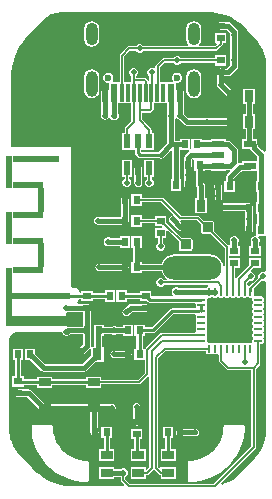
<source format=gtl>
G04*
G04 #@! TF.GenerationSoftware,Altium Limited,Altium Designer,21.7.2 (23)*
G04*
G04 Layer_Physical_Order=1*
G04 Layer_Color=255*
%FSLAX25Y25*%
%MOIN*%
G70*
G04*
G04 #@! TF.SameCoordinates,D0A3D993-BCFD-4162-BC10-8A45587FADB4*
G04*
G04*
G04 #@! TF.FilePolarity,Positive*
G04*
G01*
G75*
%ADD14R,0.02756X0.02362*%
%ADD15R,0.02362X0.02756*%
%ADD16R,0.03150X0.03937*%
%ADD17R,0.03937X0.03150*%
G04:AMPARAMS|DCode=18|XSize=9.84mil|YSize=27.56mil|CornerRadius=0.49mil|HoleSize=0mil|Usage=FLASHONLY|Rotation=90.000|XOffset=0mil|YOffset=0mil|HoleType=Round|Shape=RoundedRectangle|*
%AMROUNDEDRECTD18*
21,1,0.00984,0.02657,0,0,90.0*
21,1,0.00886,0.02756,0,0,90.0*
1,1,0.00098,0.01329,0.00443*
1,1,0.00098,0.01329,-0.00443*
1,1,0.00098,-0.01329,-0.00443*
1,1,0.00098,-0.01329,0.00443*
%
%ADD18ROUNDEDRECTD18*%
G04:AMPARAMS|DCode=19|XSize=9.84mil|YSize=27.56mil|CornerRadius=0.49mil|HoleSize=0mil|Usage=FLASHONLY|Rotation=180.000|XOffset=0mil|YOffset=0mil|HoleType=Round|Shape=RoundedRectangle|*
%AMROUNDEDRECTD19*
21,1,0.00984,0.02657,0,0,180.0*
21,1,0.00886,0.02756,0,0,180.0*
1,1,0.00098,-0.00443,0.01329*
1,1,0.00098,0.00443,0.01329*
1,1,0.00098,0.00443,-0.01329*
1,1,0.00098,-0.00443,-0.01329*
%
%ADD19ROUNDEDRECTD19*%
G04:AMPARAMS|DCode=20|XSize=135.83mil|YSize=135.83mil|CornerRadius=6.79mil|HoleSize=0mil|Usage=FLASHONLY|Rotation=180.000|XOffset=0mil|YOffset=0mil|HoleType=Round|Shape=RoundedRectangle|*
%AMROUNDEDRECTD20*
21,1,0.13583,0.12224,0,0,180.0*
21,1,0.12224,0.13583,0,0,180.0*
1,1,0.01358,-0.06112,0.06112*
1,1,0.01358,0.06112,0.06112*
1,1,0.01358,0.06112,-0.06112*
1,1,0.01358,-0.06112,-0.06112*
%
%ADD20ROUNDEDRECTD20*%
%ADD21R,0.02362X0.05906*%
%ADD22R,0.01181X0.05906*%
G04:AMPARAMS|DCode=23|XSize=35.43mil|YSize=31.5mil|CornerRadius=1.58mil|HoleSize=0mil|Usage=FLASHONLY|Rotation=180.000|XOffset=0mil|YOffset=0mil|HoleType=Round|Shape=RoundedRectangle|*
%AMROUNDEDRECTD23*
21,1,0.03543,0.02835,0,0,180.0*
21,1,0.03228,0.03150,0,0,180.0*
1,1,0.00315,-0.01614,0.01417*
1,1,0.00315,0.01614,0.01417*
1,1,0.00315,0.01614,-0.01417*
1,1,0.00315,-0.01614,-0.01417*
%
%ADD23ROUNDEDRECTD23*%
%ADD24R,0.02362X0.04724*%
%ADD25R,0.04134X0.02559*%
%ADD26R,0.04134X0.02362*%
%ADD45R,0.19291X0.03543*%
%ADD46R,0.01968X0.19685*%
%ADD47R,0.19291X0.01968*%
%ADD48R,0.10394X0.01968*%
%ADD49R,0.01968X0.07874*%
%ADD50R,0.01968X0.10630*%
%ADD51R,0.15512X0.01968*%
%ADD52C,0.01500*%
%ADD53C,0.00500*%
%ADD54C,0.01000*%
%ADD55O,0.19685X0.07874*%
%ADD56C,0.02362*%
%ADD57O,0.03937X0.08661*%
%ADD58O,0.03937X0.07480*%
%ADD59C,0.02000*%
%ADD60C,0.02559*%
G36*
X20142Y160000D02*
X23000Y160000D01*
X69858Y160000D01*
X69858Y160000D01*
X69858Y160000D01*
X70738Y159913D01*
X72471Y159567D01*
X74163Y159053D01*
X75796Y158375D01*
X77355Y157541D01*
X78825Y156558D01*
X80190Y155435D01*
X81440Y154184D01*
X82000Y153500D01*
X85000Y150000D01*
X85000Y150000D01*
X85357Y149557D01*
X85981Y148606D01*
X86509Y147599D01*
X86935Y146544D01*
X87256Y145453D01*
X87468Y144336D01*
X87570Y143203D01*
X87561Y142066D01*
X87500Y141500D01*
X87500Y140500D01*
X87500Y113785D01*
X87000Y113578D01*
X86818Y113760D01*
X86274Y113985D01*
X84808Y115451D01*
Y115809D01*
X84784Y115932D01*
Y117921D01*
X83359D01*
Y121031D01*
X84028D01*
Y125969D01*
X83359D01*
Y129532D01*
X84028D01*
Y134468D01*
X79878D01*
Y129532D01*
X80810D01*
Y125969D01*
X79878D01*
Y121031D01*
X80810D01*
Y117921D01*
X79650D01*
Y114559D01*
X82331D01*
X82356Y114436D01*
X82632Y114022D01*
X84471Y112183D01*
X84694Y111645D01*
Y110441D01*
X79650D01*
Y109774D01*
X79000D01*
X78729Y109721D01*
X78480Y109873D01*
X78308Y110041D01*
X78275Y110101D01*
Y114000D01*
X78177Y114488D01*
X77901Y114901D01*
X75888Y116914D01*
X75474Y117191D01*
X74987Y117288D01*
X74350D01*
Y117921D01*
X69217D01*
Y117395D01*
X66150D01*
Y117878D01*
X62787D01*
X62787Y114648D01*
X62420Y114302D01*
X62213Y114357D01*
Y114438D01*
X62213Y114483D01*
Y117878D01*
X58850D01*
Y117274D01*
X57275D01*
Y124467D01*
X57478Y124680D01*
X58075Y124635D01*
X58099Y124599D01*
X58507Y124326D01*
X60234Y122599D01*
X60648Y122322D01*
X61135Y122225D01*
X76047D01*
X76535Y122322D01*
X76948Y122599D01*
X77225Y123012D01*
X77322Y123500D01*
X77225Y123988D01*
X76948Y124401D01*
X76535Y124678D01*
X76047Y124775D01*
X61663D01*
X60324Y126114D01*
Y133032D01*
X60373Y133280D01*
X60276Y133767D01*
X60000Y134181D01*
X59586Y134457D01*
X59098Y134554D01*
X58611Y134457D01*
X58197Y134181D01*
X58148Y134132D01*
X58130Y134104D01*
X57630Y134256D01*
Y136520D01*
X58252D01*
X58870Y136776D01*
X59342Y137249D01*
X59598Y137866D01*
Y138535D01*
X59342Y139153D01*
X58870Y139626D01*
X58252Y139882D01*
X57583D01*
X56965Y139626D01*
X56492Y139153D01*
X56236Y138535D01*
Y137866D01*
X56492Y137249D01*
X56508Y137232D01*
X56301Y136732D01*
X52265D01*
Y141683D01*
X53785Y143204D01*
X56706D01*
X56728Y143150D01*
X57150Y142728D01*
X57702Y142500D01*
X58298D01*
X58850Y142728D01*
X59272Y143150D01*
X59294Y143204D01*
X70622D01*
Y142287D01*
X74378D01*
Y145650D01*
X70622D01*
Y144733D01*
X59320D01*
X59272Y144850D01*
X58850Y145272D01*
X58298Y145500D01*
X57702D01*
X57150Y145272D01*
X56728Y144850D01*
X56680Y144733D01*
X53469D01*
X53176Y144675D01*
X52928Y144509D01*
X50959Y142541D01*
X50793Y142293D01*
X50735Y142000D01*
Y141539D01*
X50235Y141319D01*
X49798Y141500D01*
X49202D01*
X48650Y141272D01*
X48228Y140850D01*
X48000Y140298D01*
Y139702D01*
X48228Y139150D01*
X48650Y138728D01*
X48712Y138703D01*
Y137252D01*
X48212Y137203D01*
X48191Y137308D01*
X48025Y137557D01*
X47541Y138041D01*
X47293Y138207D01*
X47000Y138265D01*
X44537D01*
X44403Y138595D01*
X44386Y138765D01*
X44772Y139150D01*
X45000Y139702D01*
Y140298D01*
X44772Y140850D01*
X44350Y141272D01*
X43798Y141500D01*
X43202D01*
X42650Y141272D01*
X42228Y140850D01*
X42000Y140298D01*
Y139702D01*
X42228Y139150D01*
X42650Y138728D01*
X42783Y138674D01*
Y136732D01*
X40375D01*
Y145293D01*
X42317Y147235D01*
X44193D01*
X44228Y147150D01*
X44650Y146728D01*
X45202Y146500D01*
X45798D01*
X46350Y146728D01*
X46772Y147150D01*
X46807Y147235D01*
X71000D01*
X71293Y147293D01*
X71541Y147459D01*
X73041Y148959D01*
X73207Y149207D01*
X73265Y149500D01*
Y149850D01*
X74378D01*
Y153213D01*
X70622D01*
Y149850D01*
X71062D01*
X71269Y149350D01*
X70683Y148765D01*
X65463D01*
X65339Y149265D01*
X65853Y150033D01*
X66044Y150996D01*
Y154539D01*
X65853Y155502D01*
X65307Y156319D01*
X64491Y156865D01*
X63528Y157056D01*
X62564Y156865D01*
X61748Y156319D01*
X61202Y155502D01*
X61011Y154539D01*
Y150996D01*
X61202Y150033D01*
X61716Y149265D01*
X61592Y148765D01*
X46807D01*
X46772Y148850D01*
X46350Y149272D01*
X45798Y149500D01*
X45202D01*
X44650Y149272D01*
X44228Y148850D01*
X44193Y148765D01*
X42000D01*
X41707Y148706D01*
X41459Y148541D01*
X39070Y146151D01*
X38904Y145903D01*
X38846Y145610D01*
Y136732D01*
X36699D01*
X36492Y137232D01*
X36508Y137249D01*
X36764Y137866D01*
Y138535D01*
X36508Y139153D01*
X36035Y139626D01*
X35417Y139882D01*
X34748D01*
X34130Y139626D01*
X33658Y139153D01*
X33402Y138535D01*
Y137866D01*
X33658Y137249D01*
X34130Y136776D01*
X34748Y136520D01*
X35370D01*
Y134256D01*
X34870Y134104D01*
X34852Y134132D01*
X34803Y134181D01*
X34389Y134457D01*
X33902Y134554D01*
X33414Y134457D01*
X33000Y134181D01*
X32724Y133767D01*
X32627Y133280D01*
X32676Y133032D01*
Y125549D01*
X32773Y125062D01*
X33050Y124648D01*
X33099Y124599D01*
X33512Y124322D01*
X34000Y124225D01*
X34488Y124322D01*
X34901Y124599D01*
X35091Y124883D01*
X35552Y124896D01*
X35638Y124869D01*
X35728Y124650D01*
X36150Y124228D01*
X36702Y124000D01*
X37298D01*
X37850Y124228D01*
X38272Y124650D01*
X38500Y125202D01*
Y125798D01*
X38274Y126343D01*
Y129827D01*
X42783D01*
Y123864D01*
X40719Y121801D01*
X40553Y121553D01*
X40495Y121260D01*
Y119890D01*
X39579D01*
Y114165D01*
X42941D01*
Y114165D01*
X43319D01*
Y114165D01*
X43980D01*
Y113086D01*
X44058Y112696D01*
X44279Y112365D01*
X44865Y111779D01*
X45196Y111558D01*
X45586Y111480D01*
X51776D01*
X52012Y111322D01*
X52500Y111225D01*
X52988Y111322D01*
X53401Y111599D01*
X55795Y113993D01*
X56257Y113801D01*
Y104378D01*
X55850D01*
Y100622D01*
X59213D01*
Y104378D01*
X58806D01*
Y113640D01*
X58850Y114122D01*
X61757D01*
X61761Y114122D01*
X61761Y114122D01*
X61876Y114122D01*
X61876Y114122D01*
X61949Y113730D01*
X61626Y113398D01*
X60750Y112522D01*
X60474Y112109D01*
X60377Y111621D01*
Y109537D01*
X60322Y109456D01*
X60225Y108968D01*
Y105750D01*
Y102658D01*
X60194Y102500D01*
X60291Y102012D01*
X60567Y101599D01*
X60981Y101322D01*
X61468Y101225D01*
X61956Y101322D01*
X62370Y101599D01*
X62401Y101630D01*
X62678Y102044D01*
X62774Y102532D01*
Y105750D01*
Y108551D01*
X62829Y108632D01*
X62926Y109120D01*
Y111093D01*
X63058Y111225D01*
X63431D01*
X63787Y110878D01*
X63787Y110725D01*
Y107122D01*
X64194D01*
Y102747D01*
X64291Y102259D01*
X64567Y101846D01*
X64773Y101640D01*
Y97969D01*
X63972D01*
Y93032D01*
X68122D01*
Y97969D01*
X67322D01*
Y102168D01*
X67225Y102656D01*
X66948Y103069D01*
X66743Y103275D01*
Y107122D01*
X67150D01*
Y107605D01*
X69217D01*
Y107079D01*
X74350D01*
Y107485D01*
X75476D01*
X75683Y106985D01*
X74567Y105870D01*
X74291Y105456D01*
X74194Y104969D01*
Y103878D01*
X73787D01*
Y100122D01*
X77150D01*
Y103878D01*
X76743D01*
Y104441D01*
X79217Y106915D01*
X79650Y107079D01*
X79650Y107079D01*
Y107079D01*
X79650Y107079D01*
X84694D01*
Y103878D01*
X84287D01*
Y100122D01*
X84694D01*
Y96628D01*
X84287D01*
Y92872D01*
X84694D01*
Y89378D01*
X84287D01*
Y86000D01*
X84287Y85622D01*
X83838Y85500D01*
X83702D01*
X83150Y85272D01*
X82728Y84850D01*
X82500Y84298D01*
Y83702D01*
X82726Y83157D01*
Y82150D01*
X82122D01*
Y78787D01*
X85878D01*
Y82150D01*
X85274D01*
Y83157D01*
X85500Y83702D01*
Y84298D01*
X85272Y84850D01*
X84999Y85122D01*
X85206Y85622D01*
X87500D01*
X87500Y73751D01*
X87000Y73417D01*
X86798Y73500D01*
X86202D01*
X85650Y73272D01*
X85228Y72850D01*
X85000Y72298D01*
Y71702D01*
X85035Y71617D01*
X83142Y69724D01*
X83113Y69681D01*
X82195Y68762D01*
X81998D01*
X81930Y68734D01*
X81430Y69068D01*
Y69849D01*
X82117Y70535D01*
X82202Y70500D01*
X82798D01*
X83350Y70728D01*
X83772Y71150D01*
X84000Y71702D01*
Y72298D01*
X83772Y72850D01*
X83350Y73272D01*
X82798Y73500D01*
X82757D01*
X82550Y74000D01*
X83400Y74850D01*
X85878D01*
Y78213D01*
X82122D01*
Y75735D01*
X77963Y71576D01*
X77798Y71328D01*
X77300Y71391D01*
Y74850D01*
X78878D01*
Y78213D01*
X75332D01*
Y78787D01*
X78878D01*
Y82150D01*
X78275D01*
Y83157D01*
X78500Y83702D01*
Y84298D01*
X78272Y84850D01*
X77850Y85272D01*
X77298Y85500D01*
X76702D01*
X76150Y85272D01*
X75728Y84850D01*
X75500Y84298D01*
Y83702D01*
X75726Y83157D01*
Y82377D01*
X75523Y82307D01*
X75226Y82293D01*
X75108Y82470D01*
X70426Y87151D01*
Y89772D01*
X70375Y90028D01*
X70230Y90246D01*
X70012Y90391D01*
X69756Y90442D01*
X66939D01*
X65340Y92041D01*
X65092Y92207D01*
X64799Y92265D01*
X59317D01*
X53541Y98041D01*
X53293Y98207D01*
X53000Y98265D01*
X46150D01*
Y99378D01*
X42787D01*
Y95622D01*
X46150D01*
Y96735D01*
X52683D01*
X56668Y92751D01*
X56562Y92452D01*
X56447Y92264D01*
X56012Y92177D01*
X55599Y91901D01*
X55322Y91488D01*
X55225Y91000D01*
X55322Y90512D01*
X55599Y90099D01*
X58099Y87599D01*
X58512Y87322D01*
X59000Y87226D01*
X60298D01*
X60370Y87177D01*
X60858Y87080D01*
X61346Y87177D01*
X61760Y87453D01*
X62036Y87867D01*
X62133Y88354D01*
X62036Y88842D01*
X61760Y89255D01*
X61614Y89401D01*
X61200Y89678D01*
X60713Y89775D01*
X59528D01*
X59067Y90235D01*
X59274Y90735D01*
X64482D01*
X65857Y89361D01*
Y86937D01*
X65908Y86681D01*
X66053Y86463D01*
X66271Y86318D01*
X66528Y86267D01*
X69148D01*
X73802Y81612D01*
Y75582D01*
X73302Y75550D01*
X73228Y76111D01*
X72781Y77190D01*
X72070Y78117D01*
X71143Y78829D01*
X70064Y79276D01*
X68906Y79428D01*
X57095D01*
X55936Y79276D01*
X54857Y78829D01*
X53930Y78117D01*
X53219Y77190D01*
X52830Y76251D01*
X46150D01*
Y76878D01*
X45743D01*
Y81622D01*
X46150D01*
Y85378D01*
X42787D01*
Y81622D01*
X43194D01*
Y76878D01*
X42787D01*
Y73122D01*
X46150D01*
Y73702D01*
X52810D01*
X53219Y72715D01*
X53930Y71788D01*
X54612Y71265D01*
X54443Y70765D01*
X53807D01*
X53772Y70850D01*
X53350Y71272D01*
X52798Y71500D01*
X52202D01*
X51650Y71272D01*
X51228Y70850D01*
X51000Y70298D01*
Y69702D01*
X51228Y69150D01*
X51650Y68728D01*
X52202Y68500D01*
X52798D01*
X53350Y68728D01*
X53772Y69150D01*
X53807Y69235D01*
X68155D01*
X68218Y68762D01*
X67798Y68588D01*
X67624Y68167D01*
Y68113D01*
X58504D01*
X57960Y68339D01*
X57363D01*
X56812Y68110D01*
X56390Y67688D01*
X56161Y67137D01*
Y66540D01*
X56390Y65989D01*
X56580Y65799D01*
X56372Y65299D01*
X49378D01*
Y67150D01*
X45622D01*
Y66504D01*
X41150D01*
Y67378D01*
X37787D01*
Y63622D01*
X41150D01*
Y64465D01*
X45622D01*
Y63787D01*
X47936D01*
X48165Y63559D01*
X48496Y63337D01*
X48886Y63260D01*
X63848D01*
X64182Y62760D01*
X64179Y62754D01*
Y61868D01*
X64182Y61862D01*
X63848Y61362D01*
X56343D01*
X55952Y61285D01*
X55622Y61063D01*
X49578Y55020D01*
X47150D01*
Y55878D01*
X43787D01*
Y52122D01*
X44449D01*
Y47878D01*
X43787D01*
Y44122D01*
X47139D01*
Y39817D01*
X44820Y37497D01*
X32736D01*
Y38512D01*
X27602D01*
Y37752D01*
X16398D01*
Y38512D01*
X11264D01*
Y37870D01*
X6878D01*
Y38650D01*
X6035D01*
Y44122D01*
X6713D01*
Y47878D01*
X3350D01*
Y44122D01*
X3996D01*
Y38650D01*
X3122D01*
Y35287D01*
X6878D01*
Y35831D01*
X11264D01*
Y34953D01*
X16398D01*
Y35713D01*
X27602D01*
Y34953D01*
X32736D01*
Y35968D01*
X45136D01*
X45429Y36026D01*
X45677Y36192D01*
X48235Y38750D01*
X48735Y38543D01*
Y8317D01*
X47969Y7550D01*
X47469Y7757D01*
Y8622D01*
X42531D01*
Y4472D01*
X47469D01*
Y5782D01*
X48047D01*
X48340Y5841D01*
X48588Y6007D01*
X49969Y7388D01*
X50150Y7449D01*
X50607Y7406D01*
X52007Y6007D01*
X52255Y5841D01*
X52531Y5786D01*
Y4472D01*
X57468D01*
Y8622D01*
X52531D01*
Y8411D01*
X52068Y8209D01*
X51765Y8455D01*
Y44683D01*
X54258Y47176D01*
X67624D01*
Y46612D01*
X67798Y46192D01*
X68218Y46018D01*
X69104D01*
X69269Y46086D01*
X69646Y46166D01*
X70022Y46086D01*
X70187Y46018D01*
X71073D01*
X71238Y46086D01*
X71361Y46112D01*
X71834Y45879D01*
Y43902D01*
X71892Y43609D01*
X72058Y43361D01*
X74459Y40959D01*
X74707Y40793D01*
X75000Y40735D01*
X75000Y40735D01*
X82735D01*
Y15317D01*
X70183Y2765D01*
X42317D01*
X40765Y4317D01*
Y5193D01*
X40850Y5228D01*
X41272Y5650D01*
X41500Y6202D01*
Y6798D01*
X41272Y7350D01*
X40850Y7772D01*
X40298Y8000D01*
X39702D01*
X39214Y7798D01*
X36968D01*
Y8622D01*
X32032D01*
Y4472D01*
X36968D01*
Y5249D01*
X39130D01*
X39150Y5228D01*
X39235Y5193D01*
Y4000D01*
X39294Y3707D01*
X39459Y3459D01*
X40457Y2462D01*
X40265Y2000D01*
X24142D01*
X24142Y2000D01*
X23126Y1996D01*
X21104Y2188D01*
X19110Y2576D01*
X17164Y3159D01*
X15284Y3929D01*
X13489Y4880D01*
X11796Y6002D01*
X10221Y7284D01*
X9500Y8000D01*
X5000Y13000D01*
X5000D01*
X4601Y13460D01*
X3896Y14453D01*
X3293Y15511D01*
X2796Y16623D01*
X2411Y17779D01*
X2141Y18967D01*
X1989Y20175D01*
X1956Y21393D01*
X2000Y22000D01*
X2000Y50500D01*
X2000Y50500D01*
X2038Y50985D01*
X2115Y51375D01*
X2341Y51921D01*
X2670Y52413D01*
X3087Y52830D01*
X3579Y53159D01*
X4125Y53385D01*
X4704Y53500D01*
X5000Y53500D01*
X19726Y53500D01*
X19823Y53012D01*
X20099Y52599D01*
X20512Y52323D01*
X21000Y52226D01*
X21135D01*
X21623Y52323D01*
X22037Y52599D01*
X22163Y52725D01*
X26726D01*
Y49374D01*
X24646Y47295D01*
X24370Y46881D01*
X24273Y46394D01*
Y46000D01*
X24370Y45512D01*
X24646Y45099D01*
X25060Y44822D01*
X25547Y44725D01*
X26035Y44822D01*
X26449Y45099D01*
X26725Y45512D01*
X26788Y45832D01*
X28878Y47922D01*
X28977Y47916D01*
X29378Y47759D01*
Y45713D01*
X29333Y45683D01*
X26425Y42775D01*
X13996D01*
X10650Y46121D01*
Y47878D01*
X7287D01*
Y44122D01*
X9044D01*
X12567Y40599D01*
X12981Y40323D01*
X13468Y40225D01*
X26953D01*
X27441Y40323D01*
X27854Y40599D01*
X30787Y43532D01*
X33528D01*
Y48469D01*
X32985D01*
Y52122D01*
X33650D01*
Y52725D01*
X36157D01*
X36702Y52500D01*
X37298D01*
X37843Y52725D01*
X39850D01*
Y52122D01*
X43213D01*
Y55878D01*
X39850D01*
Y55274D01*
X37843D01*
X37298Y55500D01*
X36702D01*
X36157Y55274D01*
X33650D01*
Y55878D01*
X30287D01*
Y52122D01*
X30436D01*
Y48469D01*
X29709D01*
X29297Y48827D01*
X29274Y48926D01*
Y53842D01*
X29306Y54000D01*
X29290Y54079D01*
Y61516D01*
X29193Y62003D01*
X28917Y62417D01*
X28901Y62433D01*
X28488Y62709D01*
X28000Y62806D01*
X27921Y62790D01*
X24965D01*
X24758Y63290D01*
X25079Y63611D01*
X25415Y64423D01*
X26122D01*
Y63787D01*
X29878D01*
Y64465D01*
X33850D01*
Y63622D01*
X37213D01*
Y67378D01*
X33850D01*
Y66504D01*
X29878D01*
Y67150D01*
X26122D01*
Y66462D01*
X25537D01*
X25500Y66500D01*
X25500Y66500D01*
X25500Y66500D01*
X25471Y66793D01*
X25403Y66956D01*
X25247Y67334D01*
X24833Y67747D01*
X24293Y67971D01*
X24000Y68000D01*
X23702Y68000D01*
X23150Y68228D01*
X22728Y68650D01*
X22500Y69202D01*
X22500Y69500D01*
Y115000D01*
X2500D01*
Y138500D01*
X2500Y138500D01*
X2500Y138500D01*
X2585Y139645D01*
X2977Y141906D01*
X3587Y144119D01*
X4409Y146262D01*
X5436Y148315D01*
X6657Y150259D01*
X8061Y152074D01*
X9635Y153745D01*
X10500Y154500D01*
X14000Y158000D01*
X14000Y158000D01*
X14000Y158000D01*
X14632Y158540D01*
X16082Y159353D01*
X17662Y159868D01*
X19313Y160065D01*
X20142Y160000D01*
D02*
G37*
G36*
X54700Y126281D02*
X54500Y125798D01*
Y125202D01*
X54725Y124657D01*
Y116528D01*
X51717Y113520D01*
X46020D01*
Y114165D01*
X46681D01*
Y114165D01*
X47059D01*
Y114165D01*
X50421D01*
Y119890D01*
X49505D01*
Y120760D01*
X49447Y121053D01*
X49281Y121301D01*
X46280Y124301D01*
Y126592D01*
X48856D01*
X49149Y126650D01*
X49397Y126816D01*
X49994Y127412D01*
X50159Y127660D01*
X50217Y127953D01*
Y129827D01*
X54700D01*
Y126281D01*
D02*
G37*
G36*
X87500Y70249D02*
X87500Y21142D01*
X87500Y21142D01*
X87529Y20484D01*
X87459Y19169D01*
X87260Y17868D01*
X86934Y16592D01*
X86484Y15354D01*
X85916Y14166D01*
X85234Y13040D01*
X84444Y11986D01*
X84000Y11500D01*
X79000Y6500D01*
X78547Y6000D01*
X77548Y5093D01*
X76464Y4288D01*
X75307Y3594D01*
X74088Y3016D01*
X72817Y2561D01*
X72573Y2992D01*
X84041Y14459D01*
X84041Y14459D01*
X84206Y14707D01*
X84265Y15000D01*
X84265Y15000D01*
Y41183D01*
X85541Y42459D01*
X85707Y42707D01*
X85765Y43000D01*
Y49463D01*
X86329D01*
X86749Y49637D01*
X86923Y50057D01*
Y50943D01*
X86855Y51108D01*
X86775Y51484D01*
X86855Y51861D01*
X86923Y52026D01*
Y52911D01*
X86855Y53076D01*
X86775Y53453D01*
X86855Y53829D01*
X86923Y53994D01*
Y54880D01*
X86855Y55045D01*
X86775Y55421D01*
X86855Y55798D01*
X86923Y55963D01*
Y56848D01*
X86855Y57013D01*
X86775Y57390D01*
X86855Y57766D01*
X86923Y57931D01*
Y58817D01*
X86855Y58982D01*
X86775Y59358D01*
X86855Y59735D01*
X86923Y59900D01*
Y60785D01*
X86749Y61206D01*
X86749Y61448D01*
X86923Y61868D01*
Y62754D01*
X86855Y62919D01*
X86775Y63295D01*
X86855Y63672D01*
X86923Y63837D01*
Y64722D01*
X86749Y65143D01*
X86329Y65317D01*
X83940D01*
X83614Y65453D01*
X83478Y65778D01*
Y67883D01*
X84224Y68628D01*
X84252Y68671D01*
X86117Y70535D01*
X86202Y70500D01*
X86798D01*
X87000Y70583D01*
X87500Y70249D01*
D02*
G37*
G36*
X26741Y55274D02*
X21635D01*
X21500Y55248D01*
X21000Y55634D01*
Y59747D01*
X21401Y60000D01*
X21813Y60241D01*
X26741D01*
Y55274D01*
D02*
G37*
G36*
X70187Y64915D02*
X71073D01*
X71238Y64984D01*
X71614Y65064D01*
X71991Y64984D01*
X72155Y64915D01*
X73041D01*
X73206Y64984D01*
X73583Y65064D01*
X73959Y64984D01*
X74124Y64915D01*
X75010D01*
X75175Y64984D01*
X75551Y65064D01*
X75928Y64984D01*
X76092Y64915D01*
X76978D01*
X77143Y64984D01*
X77520Y65064D01*
X77896Y64984D01*
X78061Y64915D01*
X78947D01*
X79112Y64984D01*
X79488Y65064D01*
X79865Y64984D01*
X80029Y64915D01*
X80915D01*
X81080Y64984D01*
X81457Y65064D01*
X81833Y64984D01*
X81998Y64915D01*
X82616D01*
X82941Y64779D01*
X83077Y64454D01*
Y63837D01*
X83145Y63672D01*
X83225Y63295D01*
X83145Y62919D01*
X83077Y62754D01*
Y61868D01*
X83251Y61448D01*
X83251Y61206D01*
X83077Y60785D01*
Y59900D01*
X83145Y59735D01*
X83225Y59358D01*
X83145Y58982D01*
X83077Y58817D01*
Y57931D01*
X83145Y57766D01*
X83225Y57390D01*
X83145Y57013D01*
X83077Y56848D01*
Y55963D01*
X83145Y55798D01*
X83225Y55421D01*
X83145Y55045D01*
X83077Y54880D01*
Y53994D01*
X83145Y53829D01*
X83225Y53453D01*
X83145Y53076D01*
X83077Y52911D01*
Y52026D01*
X83145Y51861D01*
X83225Y51484D01*
X83145Y51108D01*
X83077Y50943D01*
Y50325D01*
X82941Y50000D01*
X82616Y49864D01*
X81998D01*
X81833Y49796D01*
X81457Y49716D01*
X81080Y49796D01*
X80915Y49864D01*
X80029D01*
X79865Y49796D01*
X79488Y49716D01*
X79112Y49796D01*
X78947Y49864D01*
X78061D01*
X77896Y49796D01*
X77520Y49716D01*
X77143Y49796D01*
X76978Y49864D01*
X76092D01*
X75928Y49796D01*
X75551Y49716D01*
X75175Y49796D01*
X75010Y49864D01*
X74124D01*
X73959Y49796D01*
X73583Y49716D01*
X73206Y49796D01*
X73041Y49864D01*
X72155D01*
X71991Y49796D01*
X71614Y49716D01*
X71238Y49796D01*
X71073Y49864D01*
X70187D01*
X70022Y49796D01*
X69646Y49716D01*
X69269Y49796D01*
X69104Y49864D01*
X68487D01*
X68162Y50000D01*
X68026Y50325D01*
Y50943D01*
X67957Y51108D01*
X67877Y51484D01*
X67957Y51861D01*
X68026Y52026D01*
Y52911D01*
X67957Y53076D01*
X67877Y53453D01*
X67957Y53829D01*
X68026Y53994D01*
Y54880D01*
X67957Y55045D01*
X67877Y55421D01*
X67957Y55798D01*
X68026Y55963D01*
Y56848D01*
X67957Y57013D01*
X67877Y57390D01*
X67957Y57766D01*
X68026Y57931D01*
Y58817D01*
X67852Y59237D01*
X67851Y59479D01*
X68026Y59900D01*
Y60785D01*
X67957Y60950D01*
X67877Y61327D01*
X67957Y61703D01*
X68026Y61868D01*
Y62754D01*
X67852Y63174D01*
X67851Y63416D01*
X68026Y63837D01*
Y64454D01*
X68162Y64779D01*
X68487Y64915D01*
X69104D01*
X69525Y65089D01*
X69767Y65089D01*
X70187Y64915D01*
D02*
G37*
G36*
X64182Y58823D02*
X64179Y58817D01*
Y57931D01*
X64353Y57511D01*
X64353Y57269D01*
X64179Y56848D01*
Y55963D01*
X64353Y55542D01*
X64353Y55300D01*
X64179Y54880D01*
Y53994D01*
X64287Y53733D01*
X64040Y53233D01*
X52873D01*
X52580Y53175D01*
X52332Y53009D01*
X47518Y48195D01*
X47150Y47878D01*
X46488D01*
Y52122D01*
X47150D01*
Y52980D01*
X50000D01*
X50390Y53058D01*
X50721Y53279D01*
X56765Y59323D01*
X63848D01*
X64182Y58823D01*
D02*
G37*
%LPC*%
G36*
X29472Y157056D02*
X28509Y156865D01*
X27693Y156319D01*
X27147Y155502D01*
X26956Y154539D01*
Y150996D01*
X27147Y150033D01*
X27693Y149216D01*
X28509Y148671D01*
X29472Y148479D01*
X30436Y148671D01*
X31252Y149216D01*
X31798Y150033D01*
X31989Y150996D01*
Y154539D01*
X31798Y155502D01*
X31252Y156319D01*
X30436Y156865D01*
X29472Y157056D01*
D02*
G37*
G36*
X75000Y156774D02*
X72531D01*
X72044Y156677D01*
X71630Y156401D01*
X71599Y156370D01*
X71323Y155956D01*
X71226Y155468D01*
X71323Y154981D01*
X71599Y154567D01*
X72012Y154291D01*
X72500Y154194D01*
X72658Y154226D01*
X74472D01*
X75726Y152972D01*
Y142528D01*
X74472Y141274D01*
X72658D01*
X72500Y141306D01*
X72012Y141209D01*
X71599Y140933D01*
X71323Y140519D01*
X71226Y140032D01*
Y135941D01*
X71323Y135453D01*
X71599Y135040D01*
X74806Y131833D01*
X74870Y131512D01*
X75146Y131099D01*
X75560Y130823D01*
X76047Y130726D01*
X76535Y130823D01*
X76948Y131099D01*
X77225Y131512D01*
X77322Y132000D01*
Y132394D01*
X77225Y132881D01*
X76948Y133295D01*
X73774Y136469D01*
Y138725D01*
X75000D01*
X75488Y138822D01*
X75901Y139099D01*
X77901Y141099D01*
X78177Y141512D01*
X78275Y142000D01*
Y153500D01*
X78177Y153988D01*
X77901Y154401D01*
X75901Y156401D01*
X75488Y156677D01*
X75000Y156774D01*
D02*
G37*
G36*
X63528Y141111D02*
X62564Y140920D01*
X61748Y140374D01*
X61202Y139558D01*
X61011Y138594D01*
Y133870D01*
X61202Y132907D01*
X61748Y132090D01*
X62564Y131545D01*
X63528Y131353D01*
X64491Y131545D01*
X65307Y132090D01*
X65853Y132907D01*
X66044Y133870D01*
Y138594D01*
X65853Y139558D01*
X65307Y140374D01*
X64491Y140920D01*
X63528Y141111D01*
D02*
G37*
G36*
X29472D02*
X28509Y140920D01*
X27693Y140374D01*
X27147Y139558D01*
X26956Y138594D01*
Y133870D01*
X27147Y132907D01*
X27693Y132090D01*
X28509Y131545D01*
X29472Y131353D01*
X30436Y131545D01*
X31252Y132090D01*
X31798Y132907D01*
X31989Y133870D01*
Y138594D01*
X31798Y139558D01*
X31252Y140374D01*
X30436Y140920D01*
X29472Y141111D01*
D02*
G37*
G36*
X42941Y110835D02*
X39579D01*
Y105110D01*
X40495D01*
Y104567D01*
X40410Y104532D01*
X39988Y104110D01*
X39760Y103558D01*
Y102962D01*
X39988Y102410D01*
X40410Y101988D01*
X40962Y101760D01*
X41558D01*
X42110Y101988D01*
X42531Y102410D01*
X42760Y102962D01*
Y103558D01*
X42531Y104110D01*
X42110Y104532D01*
X42024Y104567D01*
Y105110D01*
X42941D01*
Y110835D01*
D02*
G37*
G36*
X50421D02*
X47059D01*
Y105110D01*
X47976D01*
Y104547D01*
X47890Y104512D01*
X47469Y104090D01*
X47240Y103539D01*
Y102942D01*
X47469Y102391D01*
X47890Y101969D01*
X48442Y101740D01*
X49038D01*
X49590Y101969D01*
X50012Y102391D01*
X50240Y102942D01*
Y103539D01*
X50012Y104090D01*
X49590Y104512D01*
X49505Y104547D01*
Y105110D01*
X50421D01*
Y110835D01*
D02*
G37*
G36*
X45000Y109247D02*
X44512Y109150D01*
X44099Y108874D01*
X43823Y108460D01*
X43725Y107972D01*
Y103000D01*
X43823Y102512D01*
X44099Y102099D01*
X44512Y101822D01*
X45000Y101725D01*
X45488Y101822D01*
X45901Y102099D01*
X46178Y102512D01*
X46275Y103000D01*
Y107972D01*
X46178Y108460D01*
X45901Y108874D01*
X45488Y109150D01*
X45000Y109247D01*
D02*
G37*
G36*
X40532Y98774D02*
X40044Y98677D01*
X39630Y98401D01*
X39354Y97988D01*
X39257Y97500D01*
Y91774D01*
X31500D01*
X31012Y91677D01*
X30599Y91401D01*
X30323Y90988D01*
X30226Y90500D01*
X30323Y90012D01*
X30599Y89599D01*
X31012Y89323D01*
X31500Y89226D01*
X40532D01*
X41019Y89323D01*
X41433Y89599D01*
X41709Y90012D01*
X41806Y90500D01*
Y97500D01*
X41709Y97988D01*
X41433Y98401D01*
X41019Y98677D01*
X40532Y98774D01*
D02*
G37*
G36*
X71531Y103275D02*
X71044Y103177D01*
X70630Y102901D01*
X70354Y102488D01*
X70257Y102000D01*
X70354Y101512D01*
X70468Y101342D01*
Y98750D01*
Y95711D01*
X70565Y95223D01*
X70841Y94809D01*
X71426Y94224D01*
X71840Y93947D01*
X72328Y93850D01*
X80757D01*
Y87500D01*
X80854Y87012D01*
X81130Y86599D01*
X81544Y86322D01*
X82032Y86225D01*
X82519Y86322D01*
X82933Y86599D01*
X83209Y87012D01*
X83306Y87500D01*
Y94750D01*
X83209Y95238D01*
X82933Y95651D01*
X82558Y96026D01*
X82144Y96302D01*
X81656Y96399D01*
X73017D01*
Y98750D01*
Y101789D01*
X72920Y102277D01*
X72643Y102691D01*
X72433Y102901D01*
X72019Y103177D01*
X71531Y103275D01*
D02*
G37*
G36*
X42213Y85378D02*
X38850D01*
Y84775D01*
X35843D01*
X35298Y85000D01*
X34702D01*
X34150Y84772D01*
X33728Y84350D01*
X33500Y83798D01*
Y83202D01*
X33728Y82650D01*
X34150Y82228D01*
X34702Y82000D01*
X35298D01*
X35843Y82226D01*
X38850D01*
Y81622D01*
X42213D01*
Y85378D01*
D02*
G37*
G36*
X46150Y92378D02*
X42787D01*
Y88622D01*
X46150D01*
Y89735D01*
X50622D01*
Y88787D01*
X53057D01*
X53109Y88713D01*
X52850Y88213D01*
X50622D01*
Y84850D01*
X51735D01*
Y83307D01*
X51650Y83272D01*
X51228Y82850D01*
X51000Y82298D01*
Y81702D01*
X51228Y81150D01*
X51650Y80728D01*
X52202Y80500D01*
X52798D01*
X53350Y80728D01*
X53772Y81150D01*
X54000Y81702D01*
Y82298D01*
X53772Y82850D01*
X53350Y83272D01*
X53265Y83307D01*
Y84850D01*
X54378D01*
Y87194D01*
X54840Y87386D01*
X58574Y83652D01*
Y81228D01*
X58625Y80972D01*
X58770Y80754D01*
X58988Y80609D01*
X59244Y80558D01*
X62472D01*
X62729Y80609D01*
X62946Y80754D01*
X63092Y80972D01*
X63143Y81228D01*
Y84063D01*
X63092Y84320D01*
X62946Y84537D01*
X62729Y84682D01*
X62472Y84733D01*
X59655D01*
X54378Y90011D01*
Y92150D01*
X50622D01*
Y91265D01*
X46150D01*
Y92378D01*
D02*
G37*
G36*
X40532Y76275D02*
X32000D01*
X31512Y76178D01*
X31099Y75901D01*
X30823Y75488D01*
X30725Y75000D01*
X30823Y74512D01*
X31099Y74099D01*
X31512Y73822D01*
X32000Y73725D01*
X40532D01*
X41019Y73822D01*
X41433Y74099D01*
X41709Y74512D01*
X41806Y75000D01*
X41709Y75488D01*
X41433Y75901D01*
X41019Y76178D01*
X40532Y76275D01*
D02*
G37*
G36*
X47500Y62806D02*
X42531D01*
X42044Y62709D01*
X41630Y62433D01*
X40099Y60901D01*
X39823Y60488D01*
X39726Y60000D01*
X39823Y59512D01*
X40099Y59099D01*
X40512Y58823D01*
X41000Y58726D01*
X41488Y58823D01*
X41901Y59099D01*
X43059Y60257D01*
X47500D01*
X47988Y60354D01*
X48401Y60630D01*
X48678Y61044D01*
X48774Y61532D01*
X48678Y62019D01*
X48401Y62433D01*
X47988Y62709D01*
X47500Y62806D01*
D02*
G37*
G36*
X41532Y47275D02*
X37000D01*
X36512Y47177D01*
X36099Y46901D01*
X35822Y46488D01*
X35726Y46000D01*
X35822Y45512D01*
X36099Y45099D01*
X36512Y44822D01*
X37000Y44725D01*
X41532D01*
X42019Y44822D01*
X42433Y45099D01*
X42709Y45512D01*
X42806Y46000D01*
X42709Y46488D01*
X42433Y46901D01*
X42019Y47177D01*
X41532Y47275D01*
D02*
G37*
G36*
X44500Y29774D02*
X44012Y29678D01*
X43599Y29401D01*
X43323Y28988D01*
X43225Y28500D01*
Y23469D01*
X43323Y22981D01*
X43599Y22567D01*
X44012Y22291D01*
X44500Y22194D01*
X44988Y22291D01*
X45401Y22567D01*
X45678Y22981D01*
X45774Y23469D01*
Y28500D01*
X45678Y28988D01*
X45401Y29401D01*
X44988Y29678D01*
X44500Y29774D01*
D02*
G37*
G36*
X64000Y21274D02*
X58969D01*
X58481Y21178D01*
X58067Y20901D01*
X57791Y20488D01*
X57694Y20000D01*
X57791Y19512D01*
X58067Y19099D01*
X58481Y18823D01*
X58969Y18725D01*
X64000D01*
X64488Y18823D01*
X64901Y19099D01*
X65178Y19512D01*
X65275Y20000D01*
X65178Y20488D01*
X64901Y20901D01*
X64488Y21178D01*
X64000Y21274D01*
D02*
G37*
G36*
X8628Y34306D02*
X5000D01*
X4512Y34209D01*
X4099Y33933D01*
X3822Y33519D01*
X3726Y33031D01*
X3822Y32544D01*
X4099Y32130D01*
X4512Y31854D01*
X5000Y31757D01*
X8100D01*
X11284Y28573D01*
X11336Y28310D01*
X11613Y27896D01*
X12142Y27367D01*
X12556Y27090D01*
X13043Y26993D01*
X29076D01*
Y20181D01*
X29173Y19693D01*
X29449Y19280D01*
X29630Y19099D01*
X30044Y18823D01*
X30531Y18725D01*
X31019Y18823D01*
X31433Y19099D01*
X31709Y19512D01*
X31806Y20000D01*
X31709Y20488D01*
X31625Y20614D01*
Y26993D01*
X36268D01*
X36755Y27090D01*
X37169Y27367D01*
X37445Y27780D01*
X37542Y28268D01*
X37445Y28756D01*
X37169Y29169D01*
X36755Y29445D01*
X36268Y29542D01*
X13709D01*
X13691Y29633D01*
X13415Y30047D01*
X9529Y33933D01*
X9116Y34209D01*
X8628Y34306D01*
D02*
G37*
G36*
X56713Y21878D02*
X53350D01*
Y18122D01*
X54012D01*
Y14527D01*
X52531D01*
Y10378D01*
X57468D01*
Y14527D01*
X56051D01*
Y18122D01*
X56713D01*
Y21878D01*
D02*
G37*
G36*
X46378Y21213D02*
X42622D01*
Y17850D01*
X43480D01*
Y14527D01*
X42531D01*
Y10378D01*
X47469D01*
Y14527D01*
X45520D01*
Y17850D01*
X46378D01*
Y21213D01*
D02*
G37*
G36*
X36150Y21878D02*
X32787D01*
Y18122D01*
X33480D01*
Y14527D01*
X32032D01*
Y10378D01*
X36968D01*
Y14527D01*
X35520D01*
Y18122D01*
X36150D01*
Y21878D01*
D02*
G37*
G36*
X80000Y22541D02*
X74000D01*
X73816Y22465D01*
X73630Y22395D01*
X73626Y22386D01*
X73617Y22383D01*
X73541Y22199D01*
X73459Y22018D01*
X73434Y21259D01*
X73238Y19765D01*
X72850Y18317D01*
X72276Y16932D01*
X71527Y15634D01*
X70614Y14446D01*
X69555Y13386D01*
X68366Y12473D01*
X67068Y11724D01*
X65683Y11150D01*
X64235Y10763D01*
X62740Y10566D01*
X61982Y10541D01*
X61801Y10459D01*
X61617Y10383D01*
X61614Y10374D01*
X61605Y10370D01*
X61535Y10184D01*
X61459Y10000D01*
Y4000D01*
X61617Y3617D01*
X62000Y3459D01*
X63180D01*
X63214Y3473D01*
X63250Y3463D01*
X65590Y3771D01*
X65622Y3790D01*
X65659Y3785D01*
X67938Y4396D01*
X67968Y4419D01*
X68005D01*
X70185Y5322D01*
X70212Y5348D01*
X70249Y5353D01*
X72292Y6533D01*
X72315Y6562D01*
X72351Y6572D01*
X74223Y8009D01*
X74242Y8041D01*
X74276Y8055D01*
X75945Y9724D01*
X75959Y9758D01*
X75991Y9777D01*
X77428Y11649D01*
X77438Y11685D01*
X77467Y11708D01*
X78647Y13751D01*
X78652Y13788D01*
X78678Y13815D01*
X79581Y15995D01*
Y16032D01*
X79604Y16062D01*
X80215Y18341D01*
X80210Y18378D01*
X80229Y18410D01*
X80537Y20750D01*
X80527Y20786D01*
X80541Y20820D01*
Y22000D01*
X80383Y22383D01*
X80000Y22541D01*
D02*
G37*
G36*
X16000D02*
X10000D01*
X9617Y22383D01*
X9459Y22000D01*
Y20820D01*
X9473Y20786D01*
X9463Y20750D01*
X9771Y18410D01*
X9790Y18378D01*
X9785Y18341D01*
X10396Y16062D01*
X10419Y16032D01*
Y15995D01*
X11322Y13815D01*
X11348Y13788D01*
X11353Y13751D01*
X12533Y11708D01*
X12562Y11685D01*
X12572Y11649D01*
X14008Y9777D01*
X14041Y9758D01*
X14055Y9724D01*
X15724Y8055D01*
X15758Y8041D01*
X15777Y8009D01*
X17649Y6572D01*
X17685Y6562D01*
X17708Y6533D01*
X19751Y5353D01*
X19788Y5348D01*
X19815Y5322D01*
X21995Y4419D01*
X22032D01*
X22062Y4396D01*
X24341Y3785D01*
X24378Y3790D01*
X24410Y3771D01*
X26750Y3463D01*
X26786Y3473D01*
X26820Y3459D01*
X28000D01*
X28383Y3617D01*
X28541Y4000D01*
Y10000D01*
X28465Y10184D01*
X28395Y10370D01*
X28386Y10374D01*
X28383Y10383D01*
X28199Y10459D01*
X28018Y10541D01*
X27259Y10566D01*
X25765Y10763D01*
X24317Y11150D01*
X22932Y11724D01*
X21634Y12473D01*
X20446Y13386D01*
X19386Y14446D01*
X18473Y15634D01*
X17724Y16932D01*
X17150Y18317D01*
X16762Y19765D01*
X16566Y21259D01*
X16541Y22018D01*
X16459Y22199D01*
X16383Y22383D01*
X16374Y22386D01*
X16370Y22395D01*
X16184Y22465D01*
X16000Y22541D01*
D02*
G37*
%LPD*%
D14*
X52500Y90469D02*
D03*
Y86532D02*
D03*
X77000Y76531D02*
D03*
Y80468D02*
D03*
X84000Y76531D02*
D03*
Y80468D02*
D03*
X28000Y61532D02*
D03*
Y65469D02*
D03*
X47500Y61532D02*
D03*
Y65469D02*
D03*
X5000Y33031D02*
D03*
Y36968D02*
D03*
X72500Y143968D02*
D03*
Y140032D02*
D03*
Y151532D02*
D03*
Y155468D02*
D03*
X44500Y23469D02*
D03*
Y19532D02*
D03*
D15*
X75468Y102000D02*
D03*
X71531D02*
D03*
X8969Y46000D02*
D03*
X5032D02*
D03*
X55032Y20000D02*
D03*
X58969D02*
D03*
X41532Y54000D02*
D03*
X45469D02*
D03*
X28032D02*
D03*
X31969D02*
D03*
X41532Y46000D02*
D03*
X45469D02*
D03*
X82032Y87500D02*
D03*
X85969D02*
D03*
X82032Y102000D02*
D03*
X85969D02*
D03*
X82032Y94750D02*
D03*
X85969D02*
D03*
X35531Y65500D02*
D03*
X39469D02*
D03*
X40532Y97500D02*
D03*
X44469D02*
D03*
X40532Y90500D02*
D03*
X44469D02*
D03*
X64468Y116000D02*
D03*
X60532D02*
D03*
X44469Y83500D02*
D03*
X40532D02*
D03*
X61532Y109000D02*
D03*
X65469D02*
D03*
X61468Y102500D02*
D03*
X57531D02*
D03*
X40532Y75000D02*
D03*
X44469D02*
D03*
X30531Y20000D02*
D03*
X34468D02*
D03*
D16*
X25547Y46000D02*
D03*
X31453D02*
D03*
X81953Y132000D02*
D03*
X76047D02*
D03*
X81953Y123500D02*
D03*
X76047D02*
D03*
X66047Y95500D02*
D03*
X71953D02*
D03*
D17*
X45000Y6547D02*
D03*
Y12453D02*
D03*
X55000D02*
D03*
Y6547D02*
D03*
X34500Y12453D02*
D03*
Y6547D02*
D03*
D18*
X66102Y64280D02*
D03*
Y62311D02*
D03*
Y60343D02*
D03*
Y58374D02*
D03*
Y56406D02*
D03*
Y54437D02*
D03*
Y52469D02*
D03*
Y50500D02*
D03*
X85000D02*
D03*
Y52469D02*
D03*
Y54437D02*
D03*
Y56406D02*
D03*
Y58374D02*
D03*
Y60343D02*
D03*
Y62311D02*
D03*
Y64280D02*
D03*
D19*
X68661Y47941D02*
D03*
X70630D02*
D03*
X72598D02*
D03*
X74567D02*
D03*
X76535D02*
D03*
X78504D02*
D03*
X80472D02*
D03*
X82441D02*
D03*
Y66839D02*
D03*
X80472D02*
D03*
X78504D02*
D03*
X76535D02*
D03*
X74567D02*
D03*
X72598D02*
D03*
X70630D02*
D03*
X68661D02*
D03*
D20*
X75551Y57390D02*
D03*
D21*
X55949Y133280D02*
D03*
X59098D02*
D03*
X33902D02*
D03*
X37051D02*
D03*
D22*
X53390D02*
D03*
X51421D02*
D03*
X49453D02*
D03*
X39610D02*
D03*
X41579D02*
D03*
X43547D02*
D03*
X45516D02*
D03*
X47484D02*
D03*
D23*
X68142Y88354D02*
D03*
X60858D02*
D03*
X68142Y82646D02*
D03*
X60858D02*
D03*
D24*
X41260Y107972D02*
D03*
X45000D02*
D03*
X48740D02*
D03*
Y117028D02*
D03*
X45000D02*
D03*
X41260D02*
D03*
D25*
X30169Y28268D02*
D03*
X13831D02*
D03*
X30169Y36732D02*
D03*
X13831D02*
D03*
D26*
X71784Y116240D02*
D03*
Y112500D02*
D03*
Y108760D02*
D03*
X82217D02*
D03*
Y116240D02*
D03*
D45*
X12736Y57150D02*
D03*
D46*
X2106Y65220D02*
D03*
D47*
X12736Y65417D02*
D03*
D48*
X8287Y74079D02*
D03*
Y83921D02*
D03*
Y92583D02*
D03*
Y102425D02*
D03*
D49*
X12500Y79000D02*
D03*
Y97504D02*
D03*
D50*
X2106Y88252D02*
D03*
Y106756D02*
D03*
D51*
X10847Y111087D02*
D03*
D52*
X84000Y80468D02*
Y84000D01*
X77000Y80468D02*
Y84000D01*
X72500Y140032D02*
X72531Y140000D01*
X75000D01*
X77000Y142000D01*
Y153500D01*
X75000Y155500D02*
X77000Y153500D01*
X72531Y155500D02*
X75000D01*
X72500Y155468D02*
X72531Y155500D01*
X72500Y135941D02*
Y140032D01*
Y135941D02*
X76047Y132394D01*
Y132000D02*
Y132394D01*
X59000Y125500D02*
X59135D01*
X61135Y123500D02*
X76047D01*
X59135Y125500D02*
X61135Y123500D01*
X61500Y108968D02*
X61651Y109120D01*
X62530Y112500D02*
X71784D01*
X61651Y109120D02*
Y111621D01*
X62530Y112500D01*
X61500Y105750D02*
Y108968D01*
Y102532D02*
Y105750D01*
X71742Y98750D02*
Y101789D01*
Y95711D02*
Y98750D01*
X72328Y95125D02*
X81656D01*
X71953Y95500D02*
X72328Y95125D01*
X81656D02*
X82032Y94750D01*
Y87500D02*
Y94750D01*
X56500Y91000D02*
X59000Y88500D01*
X60713D02*
X60858Y88354D01*
X59000Y88500D02*
X60713D01*
X45000Y103000D02*
Y107972D01*
X31500Y90500D02*
X40532D01*
Y97500D01*
X32000Y75000D02*
X40532D01*
X8628Y33031D02*
X12514Y29146D01*
Y28797D02*
X13043Y28268D01*
X5000Y33031D02*
X8628D01*
X12514Y28797D02*
Y29146D01*
X13043Y28268D02*
X13831D01*
X28000Y53969D02*
X28032Y54000D01*
X25547Y46394D02*
X28000Y48846D01*
X25547Y46000D02*
Y46394D01*
X28000Y48846D02*
Y53969D01*
X21135Y53500D02*
X21635Y54000D01*
X28032D01*
X21000Y53500D02*
X21135D01*
X21016Y61516D02*
X27984D01*
X21000Y61500D02*
X21016Y61516D01*
X27984D02*
X28000Y61532D01*
X28016Y54016D02*
Y61516D01*
X28000Y61532D02*
X28016Y61516D01*
Y54016D02*
X28032Y54000D01*
X42531Y61532D02*
X47500D01*
X41000Y60000D02*
X42531Y61532D01*
X37000Y46000D02*
X41532D01*
X58969Y20000D02*
X64000D01*
X30169Y28268D02*
X36268D01*
X44500Y23469D02*
Y28500D01*
X30350Y20181D02*
X30531Y20000D01*
X30350Y20181D02*
Y28087D01*
X30169Y28268D02*
X30350Y28087D01*
X34524Y6524D02*
X39976D01*
X34500Y6547D02*
X34524Y6524D01*
X39976D02*
X40000Y6500D01*
X37000Y54000D02*
X41532D01*
X31969D02*
X37000D01*
X35000Y83500D02*
X40532D01*
X57661Y66839D02*
X68661D01*
X70630D01*
X13468Y41500D02*
X26953D01*
X9596Y45372D02*
X13468Y41500D01*
X9400Y45372D02*
X9596D01*
X8969Y45803D02*
X9400Y45372D01*
X8969Y45803D02*
Y46000D01*
X30628Y44782D02*
X31453Y45606D01*
Y46000D01*
X30234Y44782D02*
X30628D01*
X26953Y41500D02*
X30234Y44782D01*
X82085Y116372D02*
Y131868D01*
Y116372D02*
X82217Y116240D01*
X81953Y132000D02*
X82085Y131868D01*
X85969Y102000D02*
Y112488D01*
Y94750D02*
Y102000D01*
Y87500D02*
Y94750D01*
X83534Y114923D02*
Y115809D01*
Y114923D02*
X85969Y112488D01*
X82217Y116240D02*
X83102D01*
X83534Y115809D01*
X81957Y108500D02*
X82217Y108760D01*
X79000Y108500D02*
X81957D01*
X75468Y104969D02*
X79000Y108500D01*
X75468Y102000D02*
Y104969D01*
X71742Y95711D02*
X71953Y95500D01*
X71531Y102000D02*
X71742Y101789D01*
X61468Y102500D02*
X61500Y102532D01*
X56000Y116000D02*
Y125500D01*
X57000Y116000D02*
X60532D01*
X56000D02*
X57000D01*
X57531Y115469D01*
Y102500D02*
Y115469D01*
X65469Y108197D02*
X65900Y108628D01*
X65469Y102747D02*
X66047Y102168D01*
X65469Y102747D02*
Y108197D01*
X66047Y95500D02*
Y102168D01*
X71663Y108880D02*
X71784Y108760D01*
X65469Y109000D02*
X65589Y108880D01*
X71663D01*
X44469Y75000D02*
Y83500D01*
X44469Y83500D02*
X44469Y83500D01*
X44492Y74976D02*
X62976D01*
X63000Y74953D01*
X44469Y75000D02*
X44492Y74976D01*
X13831Y28268D02*
X30169D01*
X31711Y46258D02*
Y53742D01*
X31453Y46000D02*
X31711Y46258D01*
Y53742D02*
X31969Y54000D01*
X71784Y116240D02*
X72010Y116013D01*
X74987D01*
X77000Y114000D01*
Y110000D02*
Y114000D01*
X75760Y108760D02*
X77000Y110000D01*
X71784Y108760D02*
X75760D01*
X64468Y116000D02*
X64589Y116120D01*
X71663D01*
X71784Y116240D01*
X33951Y125549D02*
Y133230D01*
X33902Y133280D02*
X33951Y133230D01*
Y125549D02*
X34000Y125500D01*
X59049Y125549D02*
Y133230D01*
X59000Y125500D02*
X59049Y125549D01*
Y133230D02*
X59098Y133280D01*
X37000Y125500D02*
Y133228D01*
X52500Y112500D02*
X56000Y116000D01*
X55974Y125526D02*
Y133254D01*
D53*
X40000Y4000D02*
X42000Y2000D01*
X40000Y4000D02*
Y6500D01*
X42000Y2000D02*
X70500D01*
X83500Y15000D01*
Y41500D01*
X80486Y43514D02*
Y47927D01*
X80472Y47941D02*
X80486Y47927D01*
Y43514D02*
X80500Y43500D01*
X75000Y41500D02*
X83500D01*
X72598Y43902D02*
Y47941D01*
Y43902D02*
X75000Y41500D01*
X83500D02*
X85000Y43000D01*
Y50500D01*
X83683Y69183D02*
X86500Y72000D01*
X83683Y69169D02*
Y69183D01*
X80665Y70165D02*
X82500Y72000D01*
X80665Y67032D02*
Y70165D01*
X82683Y67081D02*
Y68169D01*
X82441Y66839D02*
X82683Y67081D01*
Y68169D02*
X83683Y69169D01*
X82872Y75600D02*
X83803Y76531D01*
X78504Y66839D02*
Y71035D01*
X82872Y75403D01*
X83803Y76531D02*
X84000D01*
X82872Y75403D02*
Y75600D01*
X80472Y66839D02*
X80665Y67032D01*
X48740Y103240D02*
Y107972D01*
X41260Y103260D02*
Y107972D01*
X52500Y70000D02*
X71500D01*
X72598Y66839D02*
Y68902D01*
X71500Y70000D02*
X72598Y68902D01*
X52500Y82000D02*
Y86532D01*
X59000Y91500D02*
X64799D01*
X53000Y97500D02*
X59000Y91500D01*
X64799D02*
X67945Y88354D01*
X44469Y97500D02*
X53000D01*
X67945Y88354D02*
X68142D01*
X52469Y90500D02*
X52500Y90469D01*
X44469Y90500D02*
X52469D01*
X53431Y89537D02*
X53770D01*
X52500Y90469D02*
X53431Y89537D01*
X60661Y82646D02*
X60858D01*
X53770Y89537D02*
X60661Y82646D01*
X69663Y86833D02*
Y87029D01*
Y86833D02*
X74567Y81929D01*
X68142Y88354D02*
X68339D01*
X69663Y87029D01*
X74567Y66839D02*
Y81929D01*
X76535Y66839D02*
Y76067D01*
X77000Y76531D01*
X49476Y133303D02*
Y139976D01*
X49500Y140000D01*
X49453Y133280D02*
X49476Y133303D01*
X43547Y137047D02*
Y139953D01*
X43500Y140000D02*
X43547Y139953D01*
X44000Y137500D02*
X47000D01*
X47484Y137016D01*
Y133280D02*
Y137016D01*
X53469Y143968D02*
X72500D01*
X45500Y148000D02*
X71000D01*
X42000D02*
X45500D01*
X52873Y52469D02*
X66102D01*
X53000Y50500D02*
X66102D01*
X53941Y47941D02*
X68661D01*
X47904Y47500D02*
X52873Y52469D01*
X45136Y36732D02*
X47904Y39500D01*
X30169Y36732D02*
X45136D01*
X47904Y39500D02*
Y47500D01*
X52547Y6547D02*
X55000D01*
X51000Y8095D02*
X52547Y6547D01*
X51000Y8095D02*
Y45000D01*
X53941Y47941D01*
X49500Y47000D02*
X53000Y50500D01*
X49500Y8000D02*
Y47000D01*
X44500Y6547D02*
X48047D01*
X49500Y8000D01*
X51421Y133280D02*
X51500Y133358D01*
Y142000D01*
X53469Y143968D01*
X72500Y149500D02*
Y151532D01*
X71000Y148000D02*
X72500Y149500D01*
X39610Y133280D02*
Y145610D01*
X42000Y148000D01*
X37000Y133228D02*
X37051Y133280D01*
X43547D02*
Y137047D01*
X44000Y137500D01*
X45516Y133280D02*
X45606Y133370D01*
X45516Y123984D02*
Y127356D01*
X48740Y117028D02*
Y120760D01*
X45516Y123984D02*
X48740Y120760D01*
X45516Y127356D02*
Y133280D01*
X48856Y127356D02*
X49453Y127953D01*
Y133280D01*
X45516Y127356D02*
X48856D01*
X43547Y123547D02*
Y133280D01*
X41260Y121260D02*
X43547Y123547D01*
X41260Y117028D02*
Y121260D01*
D54*
X5016Y36984D02*
Y45984D01*
X5000Y36968D02*
X5016Y36984D01*
Y45984D02*
X5032Y46000D01*
X5000Y36968D02*
X5118Y36850D01*
X13713D02*
X13831Y36732D01*
X5118Y36850D02*
X13713D01*
X66000Y60343D02*
Y61987D01*
X56343Y60343D02*
X65224D01*
X13831Y36732D02*
X30169D01*
X45469Y46000D02*
Y54000D01*
X50000D02*
X56343Y60343D01*
X45469Y54000D02*
X50000D01*
X47697Y65469D02*
X48886Y64280D01*
X47500Y65469D02*
X47697D01*
X48886Y64280D02*
X66102D01*
X27974Y65443D02*
X28000Y65469D01*
X12736Y65417D02*
X12762Y65443D01*
X27974D01*
X35516Y65484D02*
X35531Y65500D01*
X28016Y65484D02*
X35516D01*
X28000Y65469D02*
X28016Y65484D01*
X39469Y65500D02*
X39484Y65484D01*
X47484D01*
X47500Y65469D01*
X34500Y12453D02*
Y18772D01*
X55000Y12453D02*
X55032Y12484D01*
Y20000D01*
X44500Y12453D02*
Y19532D01*
X45586Y112500D02*
X52500D01*
X45000Y113086D02*
X45586Y112500D01*
X45000Y113086D02*
Y117028D01*
X55949Y133280D02*
X55974Y133254D01*
Y125526D02*
X56000Y125500D01*
D55*
X63000Y40307D02*
D03*
Y74953D02*
D03*
D56*
X57917Y138201D02*
D03*
X35083D02*
D03*
D03*
X57917D02*
D03*
D57*
X29472Y136232D02*
D03*
X63528D02*
D03*
D03*
X29472D02*
D03*
D58*
X63528Y152768D02*
D03*
X29472D02*
D03*
D03*
X63528D02*
D03*
D59*
X84000Y84000D02*
D03*
X77000D02*
D03*
X48000Y79000D02*
D03*
X24500Y90500D02*
D03*
X29000Y83500D02*
D03*
X26500Y72500D02*
D03*
X36500Y41000D02*
D03*
X63000Y30500D02*
D03*
X78000Y36500D02*
D03*
Y26500D02*
D03*
X70000Y19500D02*
D03*
X22500Y20000D02*
D03*
X4000Y22000D02*
D03*
X24500Y100500D02*
D03*
X34000Y117000D02*
D03*
X24500D02*
D03*
X5500D02*
D03*
Y141000D02*
D03*
X19500Y157000D02*
D03*
X68000Y123500D02*
D03*
X72500Y135941D02*
D03*
X77000Y152500D02*
D03*
Y144000D02*
D03*
X82032Y91125D02*
D03*
X71742Y98750D02*
D03*
X61500Y105750D02*
D03*
X56500Y91000D02*
D03*
X45000Y103000D02*
D03*
X31500Y90500D02*
D03*
X32000Y75000D02*
D03*
X41000Y60000D02*
D03*
X37000Y46000D02*
D03*
X64000Y20000D02*
D03*
X36268Y28268D02*
D03*
X44500Y28500D02*
D03*
X80500Y43500D02*
D03*
X40000Y6500D02*
D03*
X37000Y54000D02*
D03*
X35000Y83500D02*
D03*
X85969Y112488D02*
D03*
X57661Y66839D02*
D03*
X86500Y72000D02*
D03*
X82500D02*
D03*
X21000Y53500D02*
D03*
Y61500D02*
D03*
X22500Y57000D02*
D03*
X48740Y103240D02*
D03*
X41260Y103260D02*
D03*
X52500Y70000D02*
D03*
Y82000D02*
D03*
X49500Y140000D02*
D03*
X43500D02*
D03*
X58000Y144000D02*
D03*
X45500Y148000D02*
D03*
X34000Y125500D02*
D03*
X59000D02*
D03*
X37000D02*
D03*
X56000D02*
D03*
D60*
X80472Y52469D02*
D03*
Y57390D02*
D03*
Y62311D02*
D03*
X70630D02*
D03*
Y57390D02*
D03*
Y52469D02*
D03*
X75551D02*
D03*
Y62311D02*
D03*
Y57390D02*
D03*
M02*

</source>
